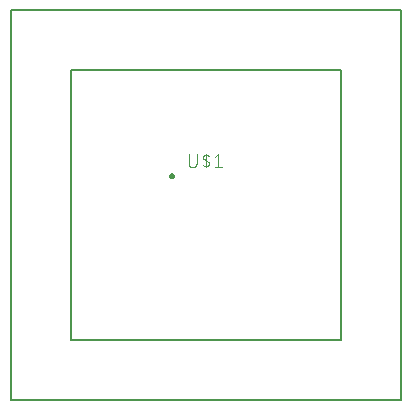
<source format=gbr>
G04 EAGLE Gerber RS-274X export*
G75*
%MOMM*%
%FSLAX34Y34*%
%LPD*%
%INSilkscreen Top*%
%IPPOS*%
%AMOC8*
5,1,8,0,0,1.08239X$1,22.5*%
G01*
%ADD10C,0.250000*%
%ADD11C,0.101600*%
%ADD12C,0.127000*%


D10*
X477750Y456800D02*
X477752Y456870D01*
X477758Y456940D01*
X477768Y457009D01*
X477781Y457078D01*
X477799Y457146D01*
X477820Y457213D01*
X477845Y457278D01*
X477874Y457342D01*
X477906Y457405D01*
X477942Y457465D01*
X477981Y457523D01*
X478023Y457579D01*
X478068Y457633D01*
X478116Y457684D01*
X478167Y457732D01*
X478221Y457777D01*
X478277Y457819D01*
X478335Y457858D01*
X478395Y457894D01*
X478458Y457926D01*
X478522Y457955D01*
X478587Y457980D01*
X478654Y458001D01*
X478722Y458019D01*
X478791Y458032D01*
X478860Y458042D01*
X478930Y458048D01*
X479000Y458050D01*
X479070Y458048D01*
X479140Y458042D01*
X479209Y458032D01*
X479278Y458019D01*
X479346Y458001D01*
X479413Y457980D01*
X479478Y457955D01*
X479542Y457926D01*
X479605Y457894D01*
X479665Y457858D01*
X479723Y457819D01*
X479779Y457777D01*
X479833Y457732D01*
X479884Y457684D01*
X479932Y457633D01*
X479977Y457579D01*
X480019Y457523D01*
X480058Y457465D01*
X480094Y457405D01*
X480126Y457342D01*
X480155Y457278D01*
X480180Y457213D01*
X480201Y457146D01*
X480219Y457078D01*
X480232Y457009D01*
X480242Y456940D01*
X480248Y456870D01*
X480250Y456800D01*
X480248Y456730D01*
X480242Y456660D01*
X480232Y456591D01*
X480219Y456522D01*
X480201Y456454D01*
X480180Y456387D01*
X480155Y456322D01*
X480126Y456258D01*
X480094Y456195D01*
X480058Y456135D01*
X480019Y456077D01*
X479977Y456021D01*
X479932Y455967D01*
X479884Y455916D01*
X479833Y455868D01*
X479779Y455823D01*
X479723Y455781D01*
X479665Y455742D01*
X479605Y455706D01*
X479542Y455674D01*
X479478Y455645D01*
X479413Y455620D01*
X479346Y455599D01*
X479278Y455581D01*
X479209Y455568D01*
X479140Y455558D01*
X479070Y455552D01*
X479000Y455550D01*
X478930Y455552D01*
X478860Y455558D01*
X478791Y455568D01*
X478722Y455581D01*
X478654Y455599D01*
X478587Y455620D01*
X478522Y455645D01*
X478458Y455674D01*
X478395Y455706D01*
X478335Y455742D01*
X478277Y455781D01*
X478221Y455823D01*
X478167Y455868D01*
X478116Y455916D01*
X478068Y455967D01*
X478023Y456021D01*
X477981Y456077D01*
X477942Y456135D01*
X477906Y456195D01*
X477874Y456258D01*
X477845Y456322D01*
X477820Y456387D01*
X477799Y456454D01*
X477781Y456522D01*
X477768Y456591D01*
X477758Y456660D01*
X477752Y456730D01*
X477750Y456800D01*
D11*
X493896Y467304D02*
X493896Y475742D01*
X493896Y467304D02*
X493898Y467191D01*
X493904Y467078D01*
X493914Y466965D01*
X493928Y466852D01*
X493945Y466740D01*
X493967Y466629D01*
X493992Y466519D01*
X494022Y466409D01*
X494055Y466301D01*
X494092Y466194D01*
X494132Y466088D01*
X494177Y465984D01*
X494225Y465881D01*
X494276Y465780D01*
X494331Y465681D01*
X494389Y465584D01*
X494451Y465489D01*
X494516Y465396D01*
X494584Y465306D01*
X494655Y465218D01*
X494730Y465132D01*
X494807Y465049D01*
X494887Y464969D01*
X494970Y464892D01*
X495056Y464817D01*
X495144Y464746D01*
X495234Y464678D01*
X495327Y464613D01*
X495422Y464551D01*
X495519Y464493D01*
X495618Y464438D01*
X495719Y464387D01*
X495822Y464339D01*
X495926Y464294D01*
X496032Y464254D01*
X496139Y464217D01*
X496247Y464184D01*
X496357Y464154D01*
X496467Y464129D01*
X496578Y464107D01*
X496690Y464090D01*
X496803Y464076D01*
X496916Y464066D01*
X497029Y464060D01*
X497142Y464058D01*
X497255Y464060D01*
X497368Y464066D01*
X497481Y464076D01*
X497594Y464090D01*
X497706Y464107D01*
X497817Y464129D01*
X497927Y464154D01*
X498037Y464184D01*
X498145Y464217D01*
X498252Y464254D01*
X498358Y464294D01*
X498462Y464339D01*
X498565Y464387D01*
X498666Y464438D01*
X498765Y464493D01*
X498862Y464551D01*
X498957Y464613D01*
X499050Y464678D01*
X499140Y464746D01*
X499228Y464817D01*
X499314Y464892D01*
X499397Y464969D01*
X499477Y465049D01*
X499554Y465132D01*
X499629Y465218D01*
X499700Y465306D01*
X499768Y465396D01*
X499833Y465489D01*
X499895Y465584D01*
X499953Y465681D01*
X500008Y465780D01*
X500059Y465881D01*
X500107Y465984D01*
X500152Y466088D01*
X500192Y466194D01*
X500229Y466301D01*
X500262Y466409D01*
X500292Y466519D01*
X500317Y466629D01*
X500339Y466740D01*
X500356Y466852D01*
X500370Y466965D01*
X500380Y467078D01*
X500386Y467191D01*
X500388Y467304D01*
X500387Y467304D02*
X500387Y475742D01*
X508191Y475742D02*
X508191Y464058D01*
X508191Y469900D02*
X506568Y470874D01*
X506567Y470873D02*
X506494Y470920D01*
X506423Y470969D01*
X506353Y471022D01*
X506287Y471078D01*
X506223Y471137D01*
X506161Y471198D01*
X506103Y471262D01*
X506047Y471329D01*
X505995Y471398D01*
X505945Y471470D01*
X505899Y471544D01*
X505856Y471619D01*
X505817Y471697D01*
X505781Y471776D01*
X505749Y471857D01*
X505720Y471939D01*
X505695Y472022D01*
X505674Y472106D01*
X505657Y472191D01*
X505643Y472277D01*
X505634Y472363D01*
X505628Y472450D01*
X505626Y472537D01*
X505628Y472624D01*
X505634Y472711D01*
X505644Y472797D01*
X505657Y472883D01*
X505675Y472968D01*
X505696Y473052D01*
X505721Y473135D01*
X505750Y473218D01*
X505782Y473298D01*
X505818Y473377D01*
X505857Y473455D01*
X505900Y473530D01*
X505947Y473604D01*
X505996Y473675D01*
X506049Y473745D01*
X506104Y473811D01*
X506163Y473875D01*
X506224Y473937D01*
X506289Y473996D01*
X506355Y474051D01*
X506424Y474104D01*
X506496Y474154D01*
X506569Y474200D01*
X506645Y474243D01*
X506722Y474282D01*
X506801Y474318D01*
X506882Y474351D01*
X506964Y474379D01*
X507047Y474405D01*
X507131Y474426D01*
X507217Y474443D01*
X507217Y474444D02*
X507357Y474468D01*
X507499Y474488D01*
X507640Y474504D01*
X507782Y474515D01*
X507925Y474523D01*
X508067Y474527D01*
X508210Y474528D01*
X508353Y474524D01*
X508495Y474516D01*
X508637Y474504D01*
X508779Y474488D01*
X508920Y474469D01*
X509061Y474445D01*
X509201Y474418D01*
X509340Y474386D01*
X509478Y474351D01*
X509616Y474312D01*
X509752Y474269D01*
X509886Y474223D01*
X510020Y474172D01*
X510152Y474119D01*
X510282Y474061D01*
X510411Y474000D01*
X510538Y473935D01*
X510664Y473867D01*
X510787Y473795D01*
X508191Y469900D02*
X509813Y468926D01*
X509814Y468927D02*
X509887Y468880D01*
X509958Y468831D01*
X510028Y468778D01*
X510094Y468722D01*
X510158Y468663D01*
X510220Y468602D01*
X510278Y468538D01*
X510334Y468471D01*
X510386Y468402D01*
X510436Y468330D01*
X510482Y468256D01*
X510525Y468181D01*
X510564Y468103D01*
X510600Y468024D01*
X510632Y467943D01*
X510661Y467861D01*
X510686Y467778D01*
X510707Y467694D01*
X510724Y467609D01*
X510738Y467523D01*
X510747Y467437D01*
X510753Y467350D01*
X510755Y467263D01*
X510753Y467176D01*
X510747Y467089D01*
X510737Y467003D01*
X510724Y466917D01*
X510706Y466832D01*
X510685Y466748D01*
X510660Y466665D01*
X510631Y466582D01*
X510599Y466502D01*
X510563Y466423D01*
X510524Y466345D01*
X510481Y466270D01*
X510434Y466196D01*
X510385Y466125D01*
X510332Y466055D01*
X510277Y465989D01*
X510218Y465925D01*
X510157Y465863D01*
X510092Y465804D01*
X510026Y465749D01*
X509957Y465696D01*
X509885Y465646D01*
X509812Y465600D01*
X509736Y465557D01*
X509659Y465518D01*
X509580Y465482D01*
X509499Y465449D01*
X509417Y465421D01*
X509334Y465395D01*
X509250Y465374D01*
X509165Y465357D01*
X509164Y465356D02*
X509024Y465332D01*
X508882Y465312D01*
X508741Y465296D01*
X508599Y465285D01*
X508456Y465277D01*
X508314Y465273D01*
X508171Y465272D01*
X508028Y465276D01*
X507886Y465284D01*
X507744Y465296D01*
X507602Y465312D01*
X507461Y465331D01*
X507320Y465355D01*
X507180Y465382D01*
X507041Y465414D01*
X506903Y465449D01*
X506765Y465488D01*
X506629Y465531D01*
X506495Y465577D01*
X506361Y465628D01*
X506229Y465681D01*
X506099Y465739D01*
X505970Y465800D01*
X505843Y465865D01*
X505717Y465933D01*
X505594Y466005D01*
X515613Y473146D02*
X518858Y475742D01*
X518858Y464058D01*
X515613Y464058D02*
X522104Y464058D01*
D12*
X342900Y596900D02*
X342900Y266700D01*
X342900Y596900D02*
X673100Y596900D01*
X673100Y266700D01*
X342900Y266700D01*
X393700Y317500D02*
X622300Y317500D01*
X622300Y546100D01*
X393700Y546100D01*
X393700Y317500D01*
M02*

</source>
